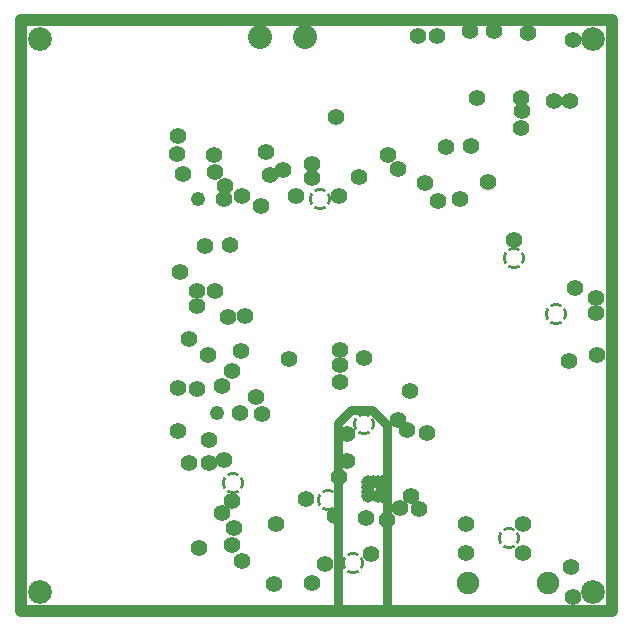
<source format=gbr>
%TF.GenerationSoftware,Altium Limited,Altium Designer,20.1.11 (218)*%
G04 Layer_Physical_Order=3*
G04 Layer_Color=128*
%FSLAX45Y45*%
%MOMM*%
%TF.SameCoordinates,C7425212-4277-447C-8971-9BA6FDDE4791*%
%TF.FilePolarity,Negative*%
%TF.FileFunction,Copper,L3,Inr,Plane*%
%TF.Part,Single*%
G01*
G75*
%TA.AperFunction,NonConductor*%
%ADD63C,1.01600*%
%TA.AperFunction,WasherPad*%
%ADD65C,2.01600*%
%TA.AperFunction,ComponentPad*%
%ADD66C,1.91600*%
%ADD67C,2.03600*%
%TA.AperFunction,ViaPad*%
G04:AMPARAMS|DCode=68|XSize=1.924mm|YSize=1.924mm|CornerRadius=0mm|HoleSize=0mm|Usage=FLASHONLY|Rotation=0.000|XOffset=0mm|YOffset=0mm|HoleType=Round|Shape=Relief|Width=0.254mm|Gap=0.254mm|Entries=4|*
%AMTHD68*
7,0,0,1.92400,1.41600,0.25400,45*
%
%ADD68THD68*%
%ADD70C,1.14600*%
%ADD71C,1.13600*%
%ADD72C,1.41600*%
%TA.AperFunction,NonConductor*%
%ADD74C,0.80000*%
%TA.AperFunction,ViaPad*%
%ADD75C,1.21600*%
D63*
X0Y0D02*
X5000000D01*
Y5000000D01*
X0D02*
X5000000D01*
X0Y0D02*
Y5000000D01*
D65*
X4840000Y4840000D02*
D03*
X160000Y160000D02*
D03*
Y4840000D02*
D03*
X4840000Y160000D02*
D03*
D66*
X3780000Y240002D02*
D03*
X4459999D02*
D03*
D67*
X2020000Y4860000D02*
D03*
X2401000D02*
D03*
D68*
X2530000Y3488800D02*
D03*
X4169992Y2990000D02*
D03*
X4530000Y2514969D02*
D03*
X1791091Y1081863D02*
D03*
D03*
X4130000Y620000D02*
D03*
X2810000Y410000D02*
D03*
X2600000Y939998D02*
D03*
X2900000Y1580000D02*
D03*
D03*
D70*
X2940003Y1090002D02*
D03*
Y1010002D02*
D03*
X2940000Y1050000D02*
D03*
X2980000Y1090000D02*
D03*
X3060002Y1090002D02*
D03*
X3060000Y1010000D02*
D03*
X3020000Y970000D02*
D03*
X3060000D02*
D03*
Y1050000D02*
D03*
X3020000Y1090000D02*
D03*
D71*
X2940000Y970000D02*
D03*
D72*
X2756552Y1265862D02*
D03*
X3100000Y770000D02*
D03*
D03*
X2690000Y1130000D02*
D03*
D03*
X2140000Y230000D02*
D03*
X1790000Y560000D02*
D03*
X2160000Y740000D02*
D03*
D03*
X1699782Y830217D02*
D03*
X1800000Y700000D02*
D03*
X2460000Y240000D02*
D03*
X3950000Y3629600D02*
D03*
X4169992Y3141369D02*
D03*
X3110394Y3860393D02*
D03*
X2860000Y3670000D02*
D03*
X3720000Y3490000D02*
D03*
X4290000Y4890000D02*
D03*
X3420000Y3620000D02*
D03*
X3190000Y3740400D02*
D03*
X3530000Y3470000D02*
D03*
X2464600Y3665000D02*
D03*
X4230000Y4090000D02*
D03*
X3600001Y3929998D02*
D03*
X3810000Y3940031D02*
D03*
X2330000Y3515000D02*
D03*
X2690220Y3509780D02*
D03*
X2219996Y3729993D02*
D03*
X2075000Y3885000D02*
D03*
D03*
X4869600Y2520000D02*
D03*
X4689937Y2730000D02*
D03*
X3440400Y1505220D02*
D03*
X4869600Y2649998D02*
D03*
X4290000Y4890000D02*
D03*
X2920000Y790000D02*
D03*
X3210400Y870000D02*
D03*
X4670000Y4830000D02*
D03*
D03*
X3190000Y3740400D02*
D03*
X3110394Y3860393D02*
D03*
X3950000Y3629600D02*
D03*
X3420000Y3620000D02*
D03*
X2460000Y3780000D02*
D03*
D03*
X2464600Y3665000D02*
D03*
X4880000Y2170000D02*
D03*
X4869600Y2520000D02*
D03*
Y2649998D02*
D03*
X3440400Y1505220D02*
D03*
X1900000Y2500000D02*
D03*
X2760000Y1500000D02*
D03*
D03*
X2660000Y800000D02*
D03*
D03*
X2920000Y790000D02*
D03*
X2960000Y480000D02*
D03*
X2410000Y950000D02*
D03*
X1850000Y1680000D02*
D03*
X1990400Y1810000D02*
D03*
D03*
X2040400Y1670400D02*
D03*
D03*
X1870000Y3510000D02*
D03*
D03*
X1630000Y3860000D02*
D03*
X1640000Y3719200D02*
D03*
D03*
X1790000Y930000D02*
D03*
D03*
X3600001Y3929998D02*
D03*
X3360000Y4870000D02*
D03*
D03*
X4000000Y4910000D02*
D03*
D03*
X3800439Y4909600D02*
D03*
D03*
X4510000Y4320000D02*
D03*
D03*
X4234200Y4345769D02*
D03*
D03*
X4689937Y2730000D02*
D03*
X4640000Y2120000D02*
D03*
X4880000Y2170000D02*
D03*
X3189999Y1620001D02*
D03*
X3290000Y1860000D02*
D03*
D03*
X2570000Y400000D02*
D03*
X3210400Y870000D02*
D03*
X4250000Y740000D02*
D03*
D03*
X2900000Y2140000D02*
D03*
X2270000Y2130000D02*
D03*
D03*
X3770000Y490000D02*
D03*
D03*
X4670000Y120000D02*
D03*
D03*
X3300000Y970000D02*
D03*
D03*
X3370000Y860000D02*
D03*
D03*
X1640000Y2710000D02*
D03*
X1720410Y3490000D02*
D03*
X1420000Y1250000D02*
D03*
X1330000Y1520000D02*
D03*
D03*
Y1890000D02*
D03*
D03*
X1490400Y2580000D02*
D03*
X1749192Y2490369D02*
D03*
X2670000Y4180000D02*
D03*
X3860000Y4340000D02*
D03*
D03*
X4244200Y4230000D02*
D03*
X3270000Y1530000D02*
D03*
D03*
X3770000Y740000D02*
D03*
D03*
X4660000Y370000D02*
D03*
D03*
X2700000Y2080000D02*
D03*
D03*
Y1940000D02*
D03*
D03*
Y2210000D02*
D03*
D03*
X4250000Y490000D02*
D03*
D03*
X3810000Y3940031D02*
D03*
X4230000Y4090000D02*
D03*
X4650000Y4320000D02*
D03*
D03*
X3524268Y4869600D02*
D03*
D03*
X1720000Y1280000D02*
D03*
D03*
X1559600Y3089600D02*
D03*
X1770000Y3100000D02*
D03*
X1559600Y3089600D02*
D03*
X1770000Y3100000D02*
D03*
X2219996Y3729993D02*
D03*
X2110001Y3690000D02*
D03*
D03*
X2030000Y3430000D02*
D03*
D03*
X1705000Y1905000D02*
D03*
X1730000Y3600000D02*
D03*
D03*
X2330000Y3515000D02*
D03*
X1330000Y4020000D02*
D03*
D03*
X1699782Y830217D02*
D03*
X1589606Y1450000D02*
D03*
D03*
X1860400Y2200000D02*
D03*
D03*
X1790000Y2029600D02*
D03*
D03*
X1420399Y2300000D02*
D03*
D03*
X1349600Y2870000D02*
D03*
D03*
X1870000Y420000D02*
D03*
D03*
X1790000Y560000D02*
D03*
X1510000Y530000D02*
D03*
D03*
X1800000Y700000D02*
D03*
X1590000Y1250000D02*
D03*
D03*
X1580000Y2170000D02*
D03*
D03*
X1705000Y1905000D02*
D03*
X1370000Y3700000D02*
D03*
D03*
X1320000Y3870000D02*
D03*
D03*
X1490400Y2710000D02*
D03*
D03*
X1490000Y1880000D02*
D03*
D03*
D74*
X2680000Y1590000D02*
X2790000Y1700000D01*
X2970000D01*
X3100000Y1570000D01*
Y20000D02*
Y1570000D01*
X2680000Y20000D02*
Y1590000D01*
D75*
X1660006Y1679993D02*
D03*
X1500000Y3490000D02*
D03*
%TF.MD5,3314ce63d25a211c06e8e6bb024fd927*%
M02*

</source>
